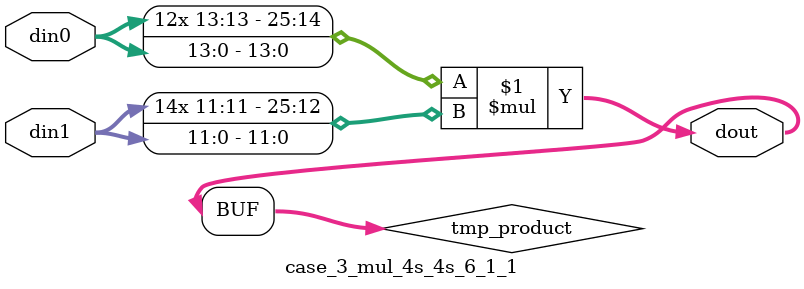
<source format=v>

`timescale 1 ns / 1 ps

 module case_3_mul_4s_4s_6_1_1(din0, din1, dout);
parameter ID = 1;
parameter NUM_STAGE = 0;
parameter din0_WIDTH = 14;
parameter din1_WIDTH = 12;
parameter dout_WIDTH = 26;

input [din0_WIDTH - 1 : 0] din0; 
input [din1_WIDTH - 1 : 0] din1; 
output [dout_WIDTH - 1 : 0] dout;

wire signed [dout_WIDTH - 1 : 0] tmp_product;



























assign tmp_product = $signed(din0) * $signed(din1);








assign dout = tmp_product;





















endmodule

</source>
